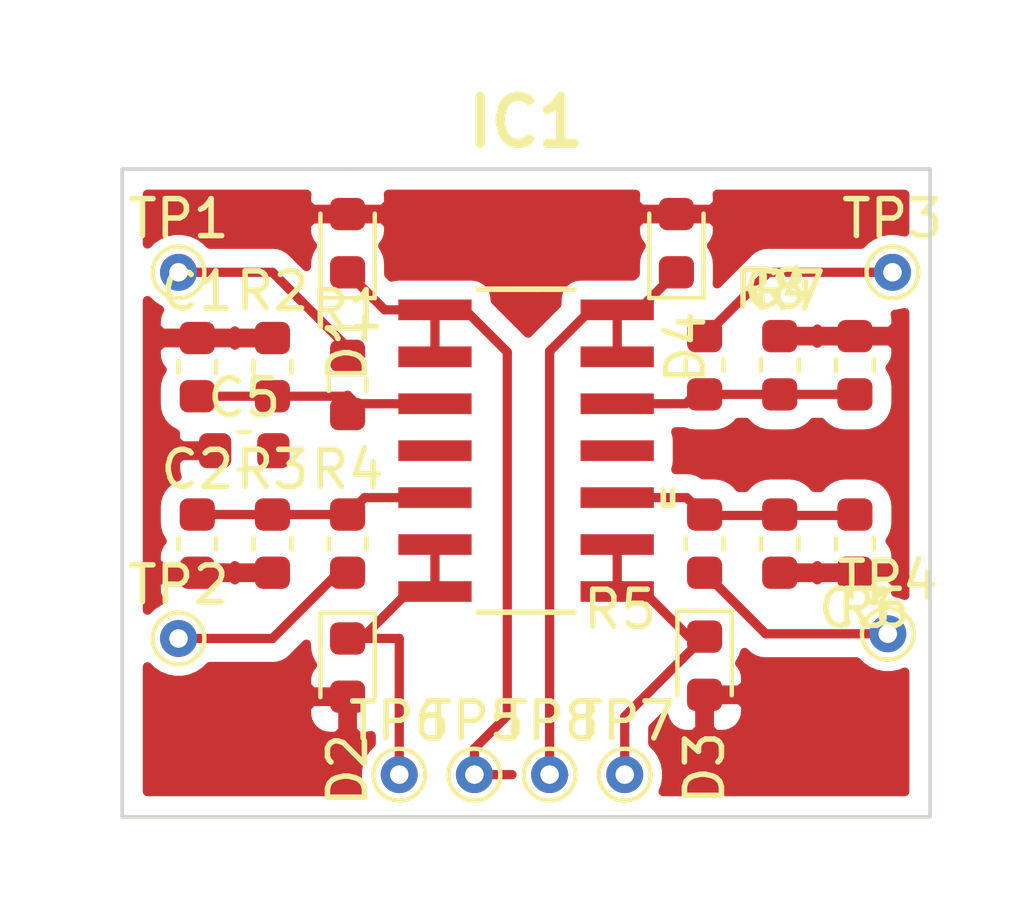
<source format=kicad_pcb>
(kicad_pcb (version 20171130) (host pcbnew "(5.1.4)-1")

  (general
    (thickness 1.6)
    (drawings 5)
    (tracks 58)
    (zones 0)
    (modules 26)
    (nets 14)
  )

  (page A4)
  (layers
    (0 F.Cu signal)
    (31 B.Cu signal)
    (32 B.Adhes user)
    (33 F.Adhes user)
    (34 B.Paste user)
    (35 F.Paste user)
    (36 B.SilkS user)
    (37 F.SilkS user hide)
    (38 B.Mask user)
    (39 F.Mask user)
    (40 Dwgs.User user)
    (41 Cmts.User user)
    (42 Eco1.User user)
    (43 Eco2.User user)
    (44 Edge.Cuts user)
    (45 Margin user)
    (46 B.CrtYd user)
    (47 F.CrtYd user)
    (48 B.Fab user)
    (49 F.Fab user hide)
  )

  (setup
    (last_trace_width 0.25)
    (trace_clearance 0.1)
    (zone_clearance 0.508)
    (zone_45_only no)
    (trace_min 0.25)
    (via_size 0.8)
    (via_drill 0.4)
    (via_min_size 0.4)
    (via_min_drill 0.3)
    (uvia_size 0.3)
    (uvia_drill 0.1)
    (uvias_allowed no)
    (uvia_min_size 0.2)
    (uvia_min_drill 0.1)
    (edge_width 0.05)
    (segment_width 0.2)
    (pcb_text_width 0.3)
    (pcb_text_size 1.5 1.5)
    (mod_edge_width 0.12)
    (mod_text_size 1 1)
    (mod_text_width 0.15)
    (pad_size 0.875 0.95)
    (pad_drill 0)
    (pad_to_mask_clearance 0.051)
    (solder_mask_min_width 0.25)
    (aux_axis_origin 0 0)
    (visible_elements 7FFFF7FF)
    (pcbplotparams
      (layerselection 0x010fc_ffffffff)
      (usegerberextensions false)
      (usegerberattributes false)
      (usegerberadvancedattributes false)
      (creategerberjobfile false)
      (excludeedgelayer true)
      (linewidth 0.100000)
      (plotframeref false)
      (viasonmask false)
      (mode 1)
      (useauxorigin false)
      (hpglpennumber 1)
      (hpglpenspeed 20)
      (hpglpendiameter 15.000000)
      (psnegative false)
      (psa4output false)
      (plotreference true)
      (plotvalue true)
      (plotinvisibletext false)
      (padsonsilk false)
      (subtractmaskfromsilk false)
      (outputformat 1)
      (mirror false)
      (drillshape 1)
      (scaleselection 1)
      (outputdirectory ""))
  )

  (net 0 "")
  (net 1 GND)
  (net 2 IN1+)
  (net 3 IN2+)
  (net 4 IN3+)
  (net 5 IN4+)
  (net 6 Out1)
  (net 7 Out2)
  (net 8 Out4)
  (net 9 Out3)
  (net 10 Sensor_Input_2)
  (net 11 Sensor_Input_4)
  (net 12 Sensor_Input_3)
  (net 13 Sensor_Input_1)

  (net_class Default "This is the default net class."
    (clearance 0.1)
    (trace_width 0.25)
    (via_dia 0.8)
    (via_drill 0.4)
    (uvia_dia 0.3)
    (uvia_drill 0.1)
    (diff_pair_width 0.25)
    (diff_pair_gap 0.25)
    (add_net GND)
    (add_net IN1+)
    (add_net IN2+)
    (add_net IN3+)
    (add_net IN4+)
    (add_net Out1)
    (add_net Out2)
    (add_net Out3)
    (add_net Out4)
    (add_net Sensor_Input_1)
    (add_net Sensor_Input_2)
    (add_net Sensor_Input_3)
    (add_net Sensor_Input_4)
  )

  (module TestPoint:TestPoint_THTPad_D1.0mm_Drill0.5mm (layer F.Cu) (tedit 5A0F774F) (tstamp 5DC30CE2)
    (at 155.829 91.059)
    (descr "THT pad as test Point, diameter 1.0mm, hole diameter 0.5mm")
    (tags "test point THT pad")
    (path /5DC3ACD0)
    (attr virtual)
    (fp_text reference TP8 (at 0 -1.448) (layer F.SilkS)
      (effects (font (size 1 1) (thickness 0.15)))
    )
    (fp_text value TestPoint (at 0 1.55) (layer F.Fab)
      (effects (font (size 1 1) (thickness 0.15)))
    )
    (fp_circle (center 0 0) (end 0 0.7) (layer F.SilkS) (width 0.12))
    (fp_circle (center 0 0) (end 1 0) (layer F.CrtYd) (width 0.05))
    (fp_text user %R (at 0 -1.45) (layer F.Fab)
      (effects (font (size 1 1) (thickness 0.15)))
    )
    (pad 1 thru_hole circle (at 0 0) (size 1 1) (drill 0.5) (layers *.Cu *.Mask)
      (net 8 Out4))
  )

  (module TestPoint:TestPoint_THTPad_D1.0mm_Drill0.5mm (layer F.Cu) (tedit 5A0F774F) (tstamp 5DC30CD6)
    (at 157.861 91.059)
    (descr "THT pad as test Point, diameter 1.0mm, hole diameter 0.5mm")
    (tags "test point THT pad")
    (path /5DC3ACCA)
    (attr virtual)
    (fp_text reference TP7 (at 0 -1.448) (layer F.SilkS)
      (effects (font (size 1 1) (thickness 0.15)))
    )
    (fp_text value TestPoint (at 0 1.55) (layer F.Fab)
      (effects (font (size 1 1) (thickness 0.15)))
    )
    (fp_circle (center 0 0) (end 0 0.7) (layer F.SilkS) (width 0.12))
    (fp_circle (center 0 0) (end 1 0) (layer F.CrtYd) (width 0.05))
    (fp_text user %R (at 0 -1.45) (layer F.Fab)
      (effects (font (size 1 1) (thickness 0.15)))
    )
    (pad 1 thru_hole circle (at 0 0) (size 1 1) (drill 0.5) (layers *.Cu *.Mask)
      (net 9 Out3))
  )

  (module TestPoint:TestPoint_THTPad_D1.0mm_Drill0.5mm (layer F.Cu) (tedit 5A0F774F) (tstamp 5DC30CCA)
    (at 151.765 91.059)
    (descr "THT pad as test Point, diameter 1.0mm, hole diameter 0.5mm")
    (tags "test point THT pad")
    (path /5DC3ACC4)
    (attr virtual)
    (fp_text reference TP6 (at 0 -1.448) (layer F.SilkS)
      (effects (font (size 1 1) (thickness 0.15)))
    )
    (fp_text value TestPoint (at 0 1.55) (layer F.Fab)
      (effects (font (size 1 1) (thickness 0.15)))
    )
    (fp_circle (center 0 0) (end 0 0.7) (layer F.SilkS) (width 0.12))
    (fp_circle (center 0 0) (end 1 0) (layer F.CrtYd) (width 0.05))
    (fp_text user %R (at 0 -1.45) (layer F.Fab)
      (effects (font (size 1 1) (thickness 0.15)))
    )
    (pad 1 thru_hole circle (at 0 0) (size 1 1) (drill 0.5) (layers *.Cu *.Mask)
      (net 7 Out2))
  )

  (module TestPoint:TestPoint_THTPad_D1.0mm_Drill0.5mm (layer F.Cu) (tedit 5A0F774F) (tstamp 5DC30CBE)
    (at 153.797 91.059)
    (descr "THT pad as test Point, diameter 1.0mm, hole diameter 0.5mm")
    (tags "test point THT pad")
    (path /5DC3ACBE)
    (attr virtual)
    (fp_text reference TP5 (at 0 -1.448) (layer F.SilkS)
      (effects (font (size 1 1) (thickness 0.15)))
    )
    (fp_text value TestPoint (at 0 1.55) (layer F.Fab)
      (effects (font (size 1 1) (thickness 0.15)))
    )
    (fp_circle (center 0 0) (end 0 0.7) (layer F.SilkS) (width 0.12))
    (fp_circle (center 0 0) (end 1 0) (layer F.CrtYd) (width 0.05))
    (fp_text user %R (at 0 -1.45) (layer F.Fab)
      (effects (font (size 1 1) (thickness 0.15)))
    )
    (pad 1 thru_hole circle (at 0 0) (size 1 1) (drill 0.5) (layers *.Cu *.Mask)
      (net 6 Out1))
  )

  (module TestPoint:TestPoint_THTPad_D1.0mm_Drill0.5mm (layer F.Cu) (tedit 5A0F774F) (tstamp 5DC30CB2)
    (at 164.973 87.249)
    (descr "THT pad as test Point, diameter 1.0mm, hole diameter 0.5mm")
    (tags "test point THT pad")
    (path /5DC386EA)
    (attr virtual)
    (fp_text reference TP4 (at 0 -1.448) (layer F.SilkS)
      (effects (font (size 1 1) (thickness 0.15)))
    )
    (fp_text value TestPoint (at 0 1.55) (layer F.Fab)
      (effects (font (size 1 1) (thickness 0.15)))
    )
    (fp_circle (center 0 0) (end 0 0.7) (layer F.SilkS) (width 0.12))
    (fp_circle (center 0 0) (end 1 0) (layer F.CrtYd) (width 0.05))
    (fp_text user %R (at 0 -1.45) (layer F.Fab)
      (effects (font (size 1 1) (thickness 0.15)))
    )
    (pad 1 thru_hole circle (at 0 0) (size 1 1) (drill 0.5) (layers *.Cu *.Mask)
      (net 11 Sensor_Input_4))
  )

  (module TestPoint:TestPoint_THTPad_D1.0mm_Drill0.5mm (layer F.Cu) (tedit 5A0F774F) (tstamp 5DC30CA6)
    (at 165.1 77.47)
    (descr "THT pad as test Point, diameter 1.0mm, hole diameter 0.5mm")
    (tags "test point THT pad")
    (path /5DC386E4)
    (attr virtual)
    (fp_text reference TP3 (at 0 -1.448) (layer F.SilkS)
      (effects (font (size 1 1) (thickness 0.15)))
    )
    (fp_text value TestPoint (at 0 1.55) (layer F.Fab)
      (effects (font (size 1 1) (thickness 0.15)))
    )
    (fp_circle (center 0 0) (end 0 0.7) (layer F.SilkS) (width 0.12))
    (fp_circle (center 0 0) (end 1 0) (layer F.CrtYd) (width 0.05))
    (fp_text user %R (at 0 -1.45) (layer F.Fab)
      (effects (font (size 1 1) (thickness 0.15)))
    )
    (pad 1 thru_hole circle (at 0 0) (size 1 1) (drill 0.5) (layers *.Cu *.Mask)
      (net 12 Sensor_Input_3))
  )

  (module TestPoint:TestPoint_THTPad_D1.0mm_Drill0.5mm (layer F.Cu) (tedit 5A0F774F) (tstamp 5DC30C9A)
    (at 145.796 87.376)
    (descr "THT pad as test Point, diameter 1.0mm, hole diameter 0.5mm")
    (tags "test point THT pad")
    (path /5DC37FBD)
    (attr virtual)
    (fp_text reference TP2 (at 0 -1.448) (layer F.SilkS)
      (effects (font (size 1 1) (thickness 0.15)))
    )
    (fp_text value TestPoint (at 0 1.55) (layer F.Fab)
      (effects (font (size 1 1) (thickness 0.15)))
    )
    (fp_circle (center 0 0) (end 0 0.7) (layer F.SilkS) (width 0.12))
    (fp_circle (center 0 0) (end 1 0) (layer F.CrtYd) (width 0.05))
    (fp_text user %R (at 0 -1.45) (layer F.Fab)
      (effects (font (size 1 1) (thickness 0.15)))
    )
    (pad 1 thru_hole circle (at 0 0) (size 1 1) (drill 0.5) (layers *.Cu *.Mask)
      (net 10 Sensor_Input_2))
  )

  (module TestPoint:TestPoint_THTPad_D1.0mm_Drill0.5mm (layer F.Cu) (tedit 5A0F774F) (tstamp 5DC30C8E)
    (at 145.796 77.47)
    (descr "THT pad as test Point, diameter 1.0mm, hole diameter 0.5mm")
    (tags "test point THT pad")
    (path /5DC33DC9)
    (attr virtual)
    (fp_text reference TP1 (at 0 -1.448) (layer F.SilkS)
      (effects (font (size 1 1) (thickness 0.15)))
    )
    (fp_text value TestPoint (at 0 1.55) (layer F.Fab)
      (effects (font (size 1 1) (thickness 0.15)))
    )
    (fp_circle (center 0 0) (end 0 0.7) (layer F.SilkS) (width 0.12))
    (fp_circle (center 0 0) (end 1 0) (layer F.CrtYd) (width 0.05))
    (fp_text user %R (at 0 -1.45) (layer F.Fab)
      (effects (font (size 1 1) (thickness 0.15)))
    )
    (pad 1 thru_hole circle (at 0 0) (size 1 1) (drill 0.5) (layers *.Cu *.Mask)
      (net 13 Sensor_Input_1))
  )

  (module AR20_Voltagedivider:SOIC127P600X175-14N (layer F.Cu) (tedit 0) (tstamp 5DB7D83A)
    (at 155.194 82.296)
    (descr SOIC127P600X175-14N)
    (tags "Integrated Circuit")
    (path /5DB71EF9)
    (attr smd)
    (fp_text reference IC1 (at 0 -8.89) (layer F.SilkS)
      (effects (font (size 1.27 1.27) (thickness 0.254)))
    )
    (fp_text value LM324DRG3 (at 0 -5.588) (layer F.SilkS) hide
      (effects (font (size 1.27 0.5) (thickness 0.05)))
    )
    (fp_line (start 3.7084 1.4732) (end 3.7084 1.0668) (layer F.SilkS) (width 0.1524))
    (fp_line (start 3.9624 1.4732) (end 3.7084 1.4732) (layer F.SilkS) (width 0.1524))
    (fp_line (start 3.9624 1.0668) (end 3.9624 1.4732) (layer F.SilkS) (width 0.1524))
    (fp_line (start -0.3048 -4.3688) (end -1.2954 -4.3688) (layer F.SilkS) (width 0.1524))
    (fp_line (start 0.3048 -4.3688) (end -0.3048 -4.3688) (layer F.SilkS) (width 0.1524))
    (fp_line (start 1.2954 -4.3688) (end 0.3048 -4.3688) (layer F.SilkS) (width 0.1524))
    (fp_line (start -1.2954 4.3688) (end 1.2954 4.3688) (layer F.SilkS) (width 0.1524))
    (fp_line (start -2.0066 -4.3688) (end -2.0066 4.3688) (layer F.Fab) (width 0.1524))
    (fp_line (start -0.3048 -4.3688) (end -2.0066 -4.3688) (layer F.Fab) (width 0.1524))
    (fp_line (start 0.3048 -4.3688) (end -0.3048 -4.3688) (layer F.Fab) (width 0.1524))
    (fp_line (start 2.0066 -4.3688) (end 0.3048 -4.3688) (layer F.Fab) (width 0.1524))
    (fp_line (start 2.0066 4.3688) (end 2.0066 -4.3688) (layer F.Fab) (width 0.1524))
    (fp_line (start -2.0066 4.3688) (end 2.0066 4.3688) (layer F.Fab) (width 0.1524))
    (fp_line (start 3.0988 -4.064) (end 2.0066 -4.064) (layer F.Fab) (width 0.1524))
    (fp_line (start 3.0988 -3.556) (end 3.0988 -4.064) (layer F.Fab) (width 0.1524))
    (fp_line (start 2.0066 -3.556) (end 3.0988 -3.556) (layer F.Fab) (width 0.1524))
    (fp_line (start 2.0066 -4.064) (end 2.0066 -3.556) (layer F.Fab) (width 0.1524))
    (fp_line (start 3.0988 -2.794) (end 2.0066 -2.794) (layer F.Fab) (width 0.1524))
    (fp_line (start 3.0988 -2.286) (end 3.0988 -2.794) (layer F.Fab) (width 0.1524))
    (fp_line (start 2.0066 -2.286) (end 3.0988 -2.286) (layer F.Fab) (width 0.1524))
    (fp_line (start 2.0066 -2.794) (end 2.0066 -2.286) (layer F.Fab) (width 0.1524))
    (fp_line (start 3.0988 -1.524) (end 2.0066 -1.524) (layer F.Fab) (width 0.1524))
    (fp_line (start 3.0988 -1.016) (end 3.0988 -1.524) (layer F.Fab) (width 0.1524))
    (fp_line (start 2.0066 -1.016) (end 3.0988 -1.016) (layer F.Fab) (width 0.1524))
    (fp_line (start 2.0066 -1.524) (end 2.0066 -1.016) (layer F.Fab) (width 0.1524))
    (fp_line (start 3.0988 -0.254) (end 2.0066 -0.254) (layer F.Fab) (width 0.1524))
    (fp_line (start 3.0988 0.254) (end 3.0988 -0.254) (layer F.Fab) (width 0.1524))
    (fp_line (start 2.0066 0.254) (end 3.0988 0.254) (layer F.Fab) (width 0.1524))
    (fp_line (start 2.0066 -0.254) (end 2.0066 0.254) (layer F.Fab) (width 0.1524))
    (fp_line (start 3.0988 1.016) (end 2.0066 1.016) (layer F.Fab) (width 0.1524))
    (fp_line (start 3.0988 1.524) (end 3.0988 1.016) (layer F.Fab) (width 0.1524))
    (fp_line (start 2.0066 1.524) (end 3.0988 1.524) (layer F.Fab) (width 0.1524))
    (fp_line (start 2.0066 1.016) (end 2.0066 1.524) (layer F.Fab) (width 0.1524))
    (fp_line (start 3.0988 2.286) (end 2.0066 2.286) (layer F.Fab) (width 0.1524))
    (fp_line (start 3.0988 2.794) (end 3.0988 2.286) (layer F.Fab) (width 0.1524))
    (fp_line (start 2.0066 2.794) (end 3.0988 2.794) (layer F.Fab) (width 0.1524))
    (fp_line (start 2.0066 2.286) (end 2.0066 2.794) (layer F.Fab) (width 0.1524))
    (fp_line (start 3.0988 3.556) (end 2.0066 3.556) (layer F.Fab) (width 0.1524))
    (fp_line (start 3.0988 4.064) (end 3.0988 3.556) (layer F.Fab) (width 0.1524))
    (fp_line (start 2.0066 4.064) (end 3.0988 4.064) (layer F.Fab) (width 0.1524))
    (fp_line (start 2.0066 3.556) (end 2.0066 4.064) (layer F.Fab) (width 0.1524))
    (fp_line (start -3.0988 4.064) (end -2.0066 4.064) (layer F.Fab) (width 0.1524))
    (fp_line (start -3.0988 3.556) (end -3.0988 4.064) (layer F.Fab) (width 0.1524))
    (fp_line (start -2.0066 3.556) (end -3.0988 3.556) (layer F.Fab) (width 0.1524))
    (fp_line (start -2.0066 4.064) (end -2.0066 3.556) (layer F.Fab) (width 0.1524))
    (fp_line (start -3.0988 2.794) (end -2.0066 2.794) (layer F.Fab) (width 0.1524))
    (fp_line (start -3.0988 2.286) (end -3.0988 2.794) (layer F.Fab) (width 0.1524))
    (fp_line (start -2.0066 2.286) (end -3.0988 2.286) (layer F.Fab) (width 0.1524))
    (fp_line (start -2.0066 2.794) (end -2.0066 2.286) (layer F.Fab) (width 0.1524))
    (fp_line (start -3.0988 1.524) (end -2.0066 1.524) (layer F.Fab) (width 0.1524))
    (fp_line (start -3.0988 1.016) (end -3.0988 1.524) (layer F.Fab) (width 0.1524))
    (fp_line (start -2.0066 1.016) (end -3.0988 1.016) (layer F.Fab) (width 0.1524))
    (fp_line (start -2.0066 1.524) (end -2.0066 1.016) (layer F.Fab) (width 0.1524))
    (fp_line (start -3.0988 0.254) (end -2.0066 0.254) (layer F.Fab) (width 0.1524))
    (fp_line (start -3.0988 -0.254) (end -3.0988 0.254) (layer F.Fab) (width 0.1524))
    (fp_line (start -2.0066 -0.254) (end -3.0988 -0.254) (layer F.Fab) (width 0.1524))
    (fp_line (start -2.0066 0.254) (end -2.0066 -0.254) (layer F.Fab) (width 0.1524))
    (fp_line (start -3.0988 -1.016) (end -2.0066 -1.016) (layer F.Fab) (width 0.1524))
    (fp_line (start -3.0988 -1.524) (end -3.0988 -1.016) (layer F.Fab) (width 0.1524))
    (fp_line (start -2.0066 -1.524) (end -3.0988 -1.524) (layer F.Fab) (width 0.1524))
    (fp_line (start -2.0066 -1.016) (end -2.0066 -1.524) (layer F.Fab) (width 0.1524))
    (fp_line (start -3.0988 -2.286) (end -2.0066 -2.286) (layer F.Fab) (width 0.1524))
    (fp_line (start -3.0988 -2.794) (end -3.0988 -2.286) (layer F.Fab) (width 0.1524))
    (fp_line (start -2.0066 -2.794) (end -3.0988 -2.794) (layer F.Fab) (width 0.1524))
    (fp_line (start -2.0066 -2.286) (end -2.0066 -2.794) (layer F.Fab) (width 0.1524))
    (fp_line (start -3.0988 -3.556) (end -2.0066 -3.556) (layer F.Fab) (width 0.1524))
    (fp_line (start -3.0988 -4.064) (end -3.0988 -3.556) (layer F.Fab) (width 0.1524))
    (fp_line (start -2.0066 -4.064) (end -3.0988 -4.064) (layer F.Fab) (width 0.1524))
    (fp_line (start -2.0066 -3.556) (end -2.0066 -4.064) (layer F.Fab) (width 0.1524))
    (pad 14 smd rect (at 2.4638 -3.81 90) (size 0.5588 1.9812) (layers F.Cu F.Paste F.Mask)
      (net 8 Out4))
    (pad 13 smd rect (at 2.4638 -2.54 90) (size 0.5588 1.9812) (layers F.Cu F.Paste F.Mask)
      (net 8 Out4))
    (pad 12 smd rect (at 2.4638 -1.27 90) (size 0.5588 1.9812) (layers F.Cu F.Paste F.Mask)
      (net 5 IN4+))
    (pad 11 smd rect (at 2.4638 0 90) (size 0.5588 1.9812) (layers F.Cu F.Paste F.Mask))
    (pad 10 smd rect (at 2.4638 1.27 90) (size 0.5588 1.9812) (layers F.Cu F.Paste F.Mask)
      (net 4 IN3+))
    (pad 9 smd rect (at 2.4638 2.54 90) (size 0.5588 1.9812) (layers F.Cu F.Paste F.Mask)
      (net 9 Out3))
    (pad 8 smd rect (at 2.4638 3.81 90) (size 0.5588 1.9812) (layers F.Cu F.Paste F.Mask)
      (net 9 Out3))
    (pad 7 smd rect (at -2.4638 3.81 90) (size 0.5588 1.9812) (layers F.Cu F.Paste F.Mask)
      (net 7 Out2))
    (pad 6 smd rect (at -2.4638 2.54 90) (size 0.5588 1.9812) (layers F.Cu F.Paste F.Mask)
      (net 7 Out2))
    (pad 5 smd rect (at -2.4638 1.27 90) (size 0.5588 1.9812) (layers F.Cu F.Paste F.Mask)
      (net 3 IN2+))
    (pad 4 smd rect (at -2.4638 0 90) (size 0.5588 1.9812) (layers F.Cu F.Paste F.Mask))
    (pad 3 smd rect (at -2.4638 -1.27 90) (size 0.5588 1.9812) (layers F.Cu F.Paste F.Mask)
      (net 2 IN1+))
    (pad 2 smd rect (at -2.4638 -2.54 90) (size 0.5588 1.9812) (layers F.Cu F.Paste F.Mask)
      (net 6 Out1))
    (pad 1 smd rect (at -2.4638 -3.81 90) (size 0.5588 1.9812) (layers F.Cu F.Paste F.Mask)
      (net 6 Out1))
  )

  (module Capacitor_SMD:C_0603_1608Metric (layer F.Cu) (tedit 5B301BBE) (tstamp 5DB8CC25)
    (at 147.574 82.296)
    (descr "Capacitor SMD 0603 (1608 Metric), square (rectangular) end terminal, IPC_7351 nominal, (Body size source: http://www.tortai-tech.com/upload/download/2011102023233369053.pdf), generated with kicad-footprint-generator")
    (tags capacitor)
    (path /5DBB5E86)
    (attr smd)
    (fp_text reference C5 (at 0 -1.43) (layer F.SilkS)
      (effects (font (size 1 1) (thickness 0.15)))
    )
    (fp_text value C (at 0 1.43) (layer F.Fab)
      (effects (font (size 1 1) (thickness 0.15)))
    )
    (fp_text user %R (at 0 0) (layer F.Fab)
      (effects (font (size 0.4 0.4) (thickness 0.06)))
    )
    (fp_line (start 1.48 0.73) (end -1.48 0.73) (layer F.CrtYd) (width 0.05))
    (fp_line (start 1.48 -0.73) (end 1.48 0.73) (layer F.CrtYd) (width 0.05))
    (fp_line (start -1.48 -0.73) (end 1.48 -0.73) (layer F.CrtYd) (width 0.05))
    (fp_line (start -1.48 0.73) (end -1.48 -0.73) (layer F.CrtYd) (width 0.05))
    (fp_line (start -0.162779 0.51) (end 0.162779 0.51) (layer F.SilkS) (width 0.12))
    (fp_line (start -0.162779 -0.51) (end 0.162779 -0.51) (layer F.SilkS) (width 0.12))
    (fp_line (start 0.8 0.4) (end -0.8 0.4) (layer F.Fab) (width 0.1))
    (fp_line (start 0.8 -0.4) (end 0.8 0.4) (layer F.Fab) (width 0.1))
    (fp_line (start -0.8 -0.4) (end 0.8 -0.4) (layer F.Fab) (width 0.1))
    (fp_line (start -0.8 0.4) (end -0.8 -0.4) (layer F.Fab) (width 0.1))
    (pad 2 smd roundrect (at 0.7875 0) (size 0.875 0.95) (layers F.Cu F.Paste F.Mask) (roundrect_rratio 0.25))
    (pad 1 smd roundrect (at -0.7875 0) (size 0.875 0.95) (layers F.Cu F.Paste F.Mask) (roundrect_rratio 0.25)
      (net 1 GND))
    (model ${KISYS3DMOD}/Capacitor_SMD.3dshapes/C_0603_1608Metric.wrl
      (at (xyz 0 0 0))
      (scale (xyz 1 1 1))
      (rotate (xyz 0 0 0))
    )
  )

  (module Resistor_SMD:R_0603_1608Metric (layer F.Cu) (tedit 5B301BBD) (tstamp 5DB7E37F)
    (at 164.084 79.9845 90)
    (descr "Resistor SMD 0603 (1608 Metric), square (rectangular) end terminal, IPC_7351 nominal, (Body size source: http://www.tortai-tech.com/upload/download/2011102023233369053.pdf), generated with kicad-footprint-generator")
    (tags resistor)
    (path /5DB9ADF3)
    (attr smd)
    (fp_text reference R8 (at 2.0575 -2.286 180) (layer F.SilkS)
      (effects (font (size 1 1) (thickness 0.15)))
    )
    (fp_text value 20k (at 0 1.43 90) (layer F.Fab)
      (effects (font (size 1 1) (thickness 0.15)))
    )
    (fp_text user %R (at 0 0 90) (layer F.Fab)
      (effects (font (size 0.4 0.4) (thickness 0.06)))
    )
    (fp_line (start 1.48 0.73) (end -1.48 0.73) (layer F.CrtYd) (width 0.05))
    (fp_line (start 1.48 -0.73) (end 1.48 0.73) (layer F.CrtYd) (width 0.05))
    (fp_line (start -1.48 -0.73) (end 1.48 -0.73) (layer F.CrtYd) (width 0.05))
    (fp_line (start -1.48 0.73) (end -1.48 -0.73) (layer F.CrtYd) (width 0.05))
    (fp_line (start -0.162779 0.51) (end 0.162779 0.51) (layer F.SilkS) (width 0.12))
    (fp_line (start -0.162779 -0.51) (end 0.162779 -0.51) (layer F.SilkS) (width 0.12))
    (fp_line (start 0.8 0.4) (end -0.8 0.4) (layer F.Fab) (width 0.1))
    (fp_line (start 0.8 -0.4) (end 0.8 0.4) (layer F.Fab) (width 0.1))
    (fp_line (start -0.8 -0.4) (end 0.8 -0.4) (layer F.Fab) (width 0.1))
    (fp_line (start -0.8 0.4) (end -0.8 -0.4) (layer F.Fab) (width 0.1))
    (pad 2 smd roundrect (at 0.7875 0 90) (size 0.875 0.95) (layers F.Cu F.Paste F.Mask) (roundrect_rratio 0.25)
      (net 1 GND))
    (pad 1 smd roundrect (at -0.7875 0 90) (size 0.875 0.95) (layers F.Cu F.Paste F.Mask) (roundrect_rratio 0.25)
      (net 5 IN4+))
    (model ${KISYS3DMOD}/Resistor_SMD.3dshapes/R_0603_1608Metric.wrl
      (at (xyz 0 0 0))
      (scale (xyz 1 1 1))
      (rotate (xyz 0 0 0))
    )
  )

  (module Resistor_SMD:R_0603_1608Metric (layer F.Cu) (tedit 5B301BBD) (tstamp 5DB7E36E)
    (at 160.02 79.9845 270)
    (descr "Resistor SMD 0603 (1608 Metric), square (rectangular) end terminal, IPC_7351 nominal, (Body size source: http://www.tortai-tech.com/upload/download/2011102023233369053.pdf), generated with kicad-footprint-generator")
    (tags resistor)
    (path /5DB9ADED)
    (attr smd)
    (fp_text reference R7 (at -2.0065 -2.286 180) (layer F.SilkS)
      (effects (font (size 1 1) (thickness 0.15)))
    )
    (fp_text value 10k (at 0 1.43 90) (layer F.Fab)
      (effects (font (size 1 1) (thickness 0.15)))
    )
    (fp_text user %R (at 0 0 90) (layer F.Fab)
      (effects (font (size 0.4 0.4) (thickness 0.06)))
    )
    (fp_line (start 1.48 0.73) (end -1.48 0.73) (layer F.CrtYd) (width 0.05))
    (fp_line (start 1.48 -0.73) (end 1.48 0.73) (layer F.CrtYd) (width 0.05))
    (fp_line (start -1.48 -0.73) (end 1.48 -0.73) (layer F.CrtYd) (width 0.05))
    (fp_line (start -1.48 0.73) (end -1.48 -0.73) (layer F.CrtYd) (width 0.05))
    (fp_line (start -0.162779 0.51) (end 0.162779 0.51) (layer F.SilkS) (width 0.12))
    (fp_line (start -0.162779 -0.51) (end 0.162779 -0.51) (layer F.SilkS) (width 0.12))
    (fp_line (start 0.8 0.4) (end -0.8 0.4) (layer F.Fab) (width 0.1))
    (fp_line (start 0.8 -0.4) (end 0.8 0.4) (layer F.Fab) (width 0.1))
    (fp_line (start -0.8 -0.4) (end 0.8 -0.4) (layer F.Fab) (width 0.1))
    (fp_line (start -0.8 0.4) (end -0.8 -0.4) (layer F.Fab) (width 0.1))
    (pad 2 smd roundrect (at 0.7875 0 270) (size 0.875 0.95) (layers F.Cu F.Paste F.Mask) (roundrect_rratio 0.25)
      (net 5 IN4+))
    (pad 1 smd roundrect (at -0.7875 0 270) (size 0.875 0.95) (layers F.Cu F.Paste F.Mask) (roundrect_rratio 0.25)
      (net 12 Sensor_Input_3))
    (model ${KISYS3DMOD}/Resistor_SMD.3dshapes/R_0603_1608Metric.wrl
      (at (xyz 0 0 0))
      (scale (xyz 1 1 1))
      (rotate (xyz 0 0 0))
    )
  )

  (module Resistor_SMD:R_0603_1608Metric (layer F.Cu) (tedit 5B301BBD) (tstamp 5DB7E35D)
    (at 162.052 84.8105 270)
    (descr "Resistor SMD 0603 (1608 Metric), square (rectangular) end terminal, IPC_7351 nominal, (Body size source: http://www.tortai-tech.com/upload/download/2011102023233369053.pdf), generated with kicad-footprint-generator")
    (tags resistor)
    (path /5DB97337)
    (attr smd)
    (fp_text reference R6 (at 1.7525 -2.54 180) (layer F.SilkS)
      (effects (font (size 1 1) (thickness 0.15)))
    )
    (fp_text value 20k (at 0 1.43 90) (layer F.Fab)
      (effects (font (size 1 1) (thickness 0.15)))
    )
    (fp_text user %R (at 0 0 90) (layer F.Fab)
      (effects (font (size 0.4 0.4) (thickness 0.06)))
    )
    (fp_line (start 1.48 0.73) (end -1.48 0.73) (layer F.CrtYd) (width 0.05))
    (fp_line (start 1.48 -0.73) (end 1.48 0.73) (layer F.CrtYd) (width 0.05))
    (fp_line (start -1.48 -0.73) (end 1.48 -0.73) (layer F.CrtYd) (width 0.05))
    (fp_line (start -1.48 0.73) (end -1.48 -0.73) (layer F.CrtYd) (width 0.05))
    (fp_line (start -0.162779 0.51) (end 0.162779 0.51) (layer F.SilkS) (width 0.12))
    (fp_line (start -0.162779 -0.51) (end 0.162779 -0.51) (layer F.SilkS) (width 0.12))
    (fp_line (start 0.8 0.4) (end -0.8 0.4) (layer F.Fab) (width 0.1))
    (fp_line (start 0.8 -0.4) (end 0.8 0.4) (layer F.Fab) (width 0.1))
    (fp_line (start -0.8 -0.4) (end 0.8 -0.4) (layer F.Fab) (width 0.1))
    (fp_line (start -0.8 0.4) (end -0.8 -0.4) (layer F.Fab) (width 0.1))
    (pad 2 smd roundrect (at 0.7875 0 270) (size 0.875 0.95) (layers F.Cu F.Paste F.Mask) (roundrect_rratio 0.25)
      (net 1 GND))
    (pad 1 smd roundrect (at -0.7875 0 270) (size 0.875 0.95) (layers F.Cu F.Paste F.Mask) (roundrect_rratio 0.25)
      (net 4 IN3+))
    (model ${KISYS3DMOD}/Resistor_SMD.3dshapes/R_0603_1608Metric.wrl
      (at (xyz 0 0 0))
      (scale (xyz 1 1 1))
      (rotate (xyz 0 0 0))
    )
  )

  (module Resistor_SMD:R_0603_1608Metric (layer F.Cu) (tedit 5B301BBD) (tstamp 5DB7E34C)
    (at 160.02 84.8105 90)
    (descr "Resistor SMD 0603 (1608 Metric), square (rectangular) end terminal, IPC_7351 nominal, (Body size source: http://www.tortai-tech.com/upload/download/2011102023233369053.pdf), generated with kicad-footprint-generator")
    (tags resistor)
    (path /5DB97331)
    (attr smd)
    (fp_text reference R5 (at -1.778 -2.286 180) (layer F.SilkS)
      (effects (font (size 1 1) (thickness 0.15)))
    )
    (fp_text value 10k (at 0 1.43 90) (layer F.Fab)
      (effects (font (size 1 1) (thickness 0.15)))
    )
    (fp_text user %R (at 0 0 90) (layer F.Fab)
      (effects (font (size 0.4 0.4) (thickness 0.06)))
    )
    (fp_line (start 1.48 0.73) (end -1.48 0.73) (layer F.CrtYd) (width 0.05))
    (fp_line (start 1.48 -0.73) (end 1.48 0.73) (layer F.CrtYd) (width 0.05))
    (fp_line (start -1.48 -0.73) (end 1.48 -0.73) (layer F.CrtYd) (width 0.05))
    (fp_line (start -1.48 0.73) (end -1.48 -0.73) (layer F.CrtYd) (width 0.05))
    (fp_line (start -0.162779 0.51) (end 0.162779 0.51) (layer F.SilkS) (width 0.12))
    (fp_line (start -0.162779 -0.51) (end 0.162779 -0.51) (layer F.SilkS) (width 0.12))
    (fp_line (start 0.8 0.4) (end -0.8 0.4) (layer F.Fab) (width 0.1))
    (fp_line (start 0.8 -0.4) (end 0.8 0.4) (layer F.Fab) (width 0.1))
    (fp_line (start -0.8 -0.4) (end 0.8 -0.4) (layer F.Fab) (width 0.1))
    (fp_line (start -0.8 0.4) (end -0.8 -0.4) (layer F.Fab) (width 0.1))
    (pad 2 smd roundrect (at 0.7875 0 90) (size 0.875 0.95) (layers F.Cu F.Paste F.Mask) (roundrect_rratio 0.25)
      (net 4 IN3+))
    (pad 1 smd roundrect (at -0.7875 0 90) (size 0.875 0.95) (layers F.Cu F.Paste F.Mask) (roundrect_rratio 0.25)
      (net 11 Sensor_Input_4))
    (model ${KISYS3DMOD}/Resistor_SMD.3dshapes/R_0603_1608Metric.wrl
      (at (xyz 0 0 0))
      (scale (xyz 1 1 1))
      (rotate (xyz 0 0 0))
    )
  )

  (module Resistor_SMD:R_0603_1608Metric (layer F.Cu) (tedit 5B301BBD) (tstamp 5DB7E33B)
    (at 148.336 84.8105 270)
    (descr "Resistor SMD 0603 (1608 Metric), square (rectangular) end terminal, IPC_7351 nominal, (Body size source: http://www.tortai-tech.com/upload/download/2011102023233369053.pdf), generated with kicad-footprint-generator")
    (tags resistor)
    (path /5DB99295)
    (attr smd)
    (fp_text reference R4 (at -2.0065 -2.032 180) (layer F.SilkS)
      (effects (font (size 1 1) (thickness 0.15)))
    )
    (fp_text value 20k (at 2.8195 0 90) (layer F.Fab)
      (effects (font (size 1 1) (thickness 0.15)))
    )
    (fp_text user %R (at 0 0 90) (layer F.Fab)
      (effects (font (size 0.4 0.4) (thickness 0.06)))
    )
    (fp_line (start 1.48 0.73) (end -1.48 0.73) (layer F.CrtYd) (width 0.05))
    (fp_line (start 1.48 -0.73) (end 1.48 0.73) (layer F.CrtYd) (width 0.05))
    (fp_line (start -1.48 -0.73) (end 1.48 -0.73) (layer F.CrtYd) (width 0.05))
    (fp_line (start -1.48 0.73) (end -1.48 -0.73) (layer F.CrtYd) (width 0.05))
    (fp_line (start -0.162779 0.51) (end 0.162779 0.51) (layer F.SilkS) (width 0.12))
    (fp_line (start -0.162779 -0.51) (end 0.162779 -0.51) (layer F.SilkS) (width 0.12))
    (fp_line (start 0.8 0.4) (end -0.8 0.4) (layer F.Fab) (width 0.1))
    (fp_line (start 0.8 -0.4) (end 0.8 0.4) (layer F.Fab) (width 0.1))
    (fp_line (start -0.8 -0.4) (end 0.8 -0.4) (layer F.Fab) (width 0.1))
    (fp_line (start -0.8 0.4) (end -0.8 -0.4) (layer F.Fab) (width 0.1))
    (pad 2 smd roundrect (at 0.7875 0 270) (size 0.875 0.95) (layers F.Cu F.Paste F.Mask) (roundrect_rratio 0.25)
      (net 1 GND))
    (pad 1 smd roundrect (at -0.7875 0 270) (size 0.875 0.95) (layers F.Cu F.Paste F.Mask) (roundrect_rratio 0.25)
      (net 3 IN2+))
    (model ${KISYS3DMOD}/Resistor_SMD.3dshapes/R_0603_1608Metric.wrl
      (at (xyz 0 0 0))
      (scale (xyz 1 1 1))
      (rotate (xyz 0 0 0))
    )
  )

  (module Resistor_SMD:R_0603_1608Metric (layer F.Cu) (tedit 5DB9CA2A) (tstamp 5DB7E32A)
    (at 150.368 84.8105 90)
    (descr "Resistor SMD 0603 (1608 Metric), square (rectangular) end terminal, IPC_7351 nominal, (Body size source: http://www.tortai-tech.com/upload/download/2011102023233369053.pdf), generated with kicad-footprint-generator")
    (tags resistor)
    (path /5DB9928F)
    (attr smd)
    (fp_text reference R3 (at 2.0065 -2.032 180) (layer F.SilkS)
      (effects (font (size 1 1) (thickness 0.15)))
    )
    (fp_text value 10k (at 0 1.43 90) (layer F.Fab)
      (effects (font (size 1 1) (thickness 0.15)))
    )
    (fp_text user %R (at 0 0 90) (layer F.Fab)
      (effects (font (size 0.4 0.4) (thickness 0.06)))
    )
    (fp_line (start 1.48 0.73) (end -1.48 0.73) (layer F.CrtYd) (width 0.05))
    (fp_line (start 1.48 -0.73) (end 1.48 0.73) (layer F.CrtYd) (width 0.05))
    (fp_line (start -1.48 -0.73) (end 1.48 -0.73) (layer F.CrtYd) (width 0.05))
    (fp_line (start -1.48 0.73) (end -1.48 -0.73) (layer F.CrtYd) (width 0.05))
    (fp_line (start -0.162779 0.51) (end 0.162779 0.51) (layer F.SilkS) (width 0.12))
    (fp_line (start -0.162779 -0.51) (end 0.162779 -0.51) (layer F.SilkS) (width 0.12))
    (fp_line (start 0.8 0.4) (end -0.8 0.4) (layer F.Fab) (width 0.1))
    (fp_line (start 0.8 -0.4) (end 0.8 0.4) (layer F.Fab) (width 0.1))
    (fp_line (start -0.8 -0.4) (end 0.8 -0.4) (layer F.Fab) (width 0.1))
    (fp_line (start -0.8 0.4) (end -0.8 -0.4) (layer F.Fab) (width 0.1))
    (pad 2 smd roundrect (at 0.7875 0 90) (size 0.875 0.95) (layers F.Cu F.Paste F.Mask) (roundrect_rratio 0.25)
      (net 3 IN2+))
    (pad 1 smd roundrect (at -0.7875 0 90) (size 0.875 0.95) (layers F.Cu F.Paste F.Mask) (roundrect_rratio 0.25)
      (net 10 Sensor_Input_2))
    (model ${KISYS3DMOD}/Resistor_SMD.3dshapes/R_0603_1608Metric.wrl
      (at (xyz 0 0 0))
      (scale (xyz 1 1 1))
      (rotate (xyz 0 0 0))
    )
  )

  (module Diode_SMD:D_0603_1608Metric (layer F.Cu) (tedit 5B301BBE) (tstamp 5DB7E22D)
    (at 159.258 76.6825 90)
    (descr "Diode SMD 0603 (1608 Metric), square (rectangular) end terminal, IPC_7351 nominal, (Body size source: http://www.tortai-tech.com/upload/download/2011102023233369053.pdf), generated with kicad-footprint-generator")
    (tags diode)
    (path /5DB9ADFF)
    (attr smd)
    (fp_text reference D4 (at -2.8195 0.254 90) (layer F.SilkS)
      (effects (font (size 1 1) (thickness 0.15)))
    )
    (fp_text value 3V (at 0 1.43 90) (layer F.Fab)
      (effects (font (size 1 1) (thickness 0.15)))
    )
    (fp_text user %R (at 0 0 90) (layer F.Fab)
      (effects (font (size 0.4 0.4) (thickness 0.06)))
    )
    (fp_line (start 1.48 0.73) (end -1.48 0.73) (layer F.CrtYd) (width 0.05))
    (fp_line (start 1.48 -0.73) (end 1.48 0.73) (layer F.CrtYd) (width 0.05))
    (fp_line (start -1.48 -0.73) (end 1.48 -0.73) (layer F.CrtYd) (width 0.05))
    (fp_line (start -1.48 0.73) (end -1.48 -0.73) (layer F.CrtYd) (width 0.05))
    (fp_line (start -1.485 0.735) (end 0.8 0.735) (layer F.SilkS) (width 0.12))
    (fp_line (start -1.485 -0.735) (end -1.485 0.735) (layer F.SilkS) (width 0.12))
    (fp_line (start 0.8 -0.735) (end -1.485 -0.735) (layer F.SilkS) (width 0.12))
    (fp_line (start 0.8 0.4) (end 0.8 -0.4) (layer F.Fab) (width 0.1))
    (fp_line (start -0.8 0.4) (end 0.8 0.4) (layer F.Fab) (width 0.1))
    (fp_line (start -0.8 -0.1) (end -0.8 0.4) (layer F.Fab) (width 0.1))
    (fp_line (start -0.5 -0.4) (end -0.8 -0.1) (layer F.Fab) (width 0.1))
    (fp_line (start 0.8 -0.4) (end -0.5 -0.4) (layer F.Fab) (width 0.1))
    (pad 2 smd roundrect (at 0.7875 0 90) (size 0.875 0.95) (layers F.Cu F.Paste F.Mask) (roundrect_rratio 0.25)
      (net 1 GND))
    (pad 1 smd roundrect (at -0.7875 0 90) (size 0.875 0.95) (layers F.Cu F.Paste F.Mask) (roundrect_rratio 0.25)
      (net 8 Out4))
    (model ${KISYS3DMOD}/Diode_SMD.3dshapes/D_0603_1608Metric.wrl
      (at (xyz 0 0 0))
      (scale (xyz 1 1 1))
      (rotate (xyz 0 0 0))
    )
  )

  (module Diode_SMD:D_0603_1608Metric (layer F.Cu) (tedit 5B301BBE) (tstamp 5DB7E21A)
    (at 160.02 88.1125 270)
    (descr "Diode SMD 0603 (1608 Metric), square (rectangular) end terminal, IPC_7351 nominal, (Body size source: http://www.tortai-tech.com/upload/download/2011102023233369053.pdf), generated with kicad-footprint-generator")
    (tags diode)
    (path /5DB97343)
    (attr smd)
    (fp_text reference D3 (at 2.7685 0 90) (layer F.SilkS)
      (effects (font (size 1 1) (thickness 0.15)))
    )
    (fp_text value 3V (at 0 1.43 90) (layer F.Fab)
      (effects (font (size 1 1) (thickness 0.15)))
    )
    (fp_text user %R (at 0 0 90) (layer F.Fab)
      (effects (font (size 0.4 0.4) (thickness 0.06)))
    )
    (fp_line (start 1.48 0.73) (end -1.48 0.73) (layer F.CrtYd) (width 0.05))
    (fp_line (start 1.48 -0.73) (end 1.48 0.73) (layer F.CrtYd) (width 0.05))
    (fp_line (start -1.48 -0.73) (end 1.48 -0.73) (layer F.CrtYd) (width 0.05))
    (fp_line (start -1.48 0.73) (end -1.48 -0.73) (layer F.CrtYd) (width 0.05))
    (fp_line (start -1.485 0.735) (end 0.8 0.735) (layer F.SilkS) (width 0.12))
    (fp_line (start -1.485 -0.735) (end -1.485 0.735) (layer F.SilkS) (width 0.12))
    (fp_line (start 0.8 -0.735) (end -1.485 -0.735) (layer F.SilkS) (width 0.12))
    (fp_line (start 0.8 0.4) (end 0.8 -0.4) (layer F.Fab) (width 0.1))
    (fp_line (start -0.8 0.4) (end 0.8 0.4) (layer F.Fab) (width 0.1))
    (fp_line (start -0.8 -0.1) (end -0.8 0.4) (layer F.Fab) (width 0.1))
    (fp_line (start -0.5 -0.4) (end -0.8 -0.1) (layer F.Fab) (width 0.1))
    (fp_line (start 0.8 -0.4) (end -0.5 -0.4) (layer F.Fab) (width 0.1))
    (pad 2 smd roundrect (at 0.7875 0 270) (size 0.875 0.95) (layers F.Cu F.Paste F.Mask) (roundrect_rratio 0.25)
      (net 1 GND))
    (pad 1 smd roundrect (at -0.7875 0 270) (size 0.875 0.95) (layers F.Cu F.Paste F.Mask) (roundrect_rratio 0.25)
      (net 9 Out3))
    (model ${KISYS3DMOD}/Diode_SMD.3dshapes/D_0603_1608Metric.wrl
      (at (xyz 0 0 0))
      (scale (xyz 1 1 1))
      (rotate (xyz 0 0 0))
    )
  )

  (module Diode_SMD:D_0603_1608Metric (layer F.Cu) (tedit 5B301BBE) (tstamp 5DB7E207)
    (at 150.368 88.1635 270)
    (descr "Diode SMD 0603 (1608 Metric), square (rectangular) end terminal, IPC_7351 nominal, (Body size source: http://www.tortai-tech.com/upload/download/2011102023233369053.pdf), generated with kicad-footprint-generator")
    (tags diode)
    (path /5DB992A1)
    (attr smd)
    (fp_text reference D2 (at 2.7685 0 90) (layer F.SilkS)
      (effects (font (size 1 1) (thickness 0.15)))
    )
    (fp_text value 3V (at 0 1.43 90) (layer F.Fab)
      (effects (font (size 1 1) (thickness 0.15)))
    )
    (fp_text user %R (at 0 0 90) (layer F.Fab)
      (effects (font (size 0.4 0.4) (thickness 0.06)))
    )
    (fp_line (start 1.48 0.73) (end -1.48 0.73) (layer F.CrtYd) (width 0.05))
    (fp_line (start 1.48 -0.73) (end 1.48 0.73) (layer F.CrtYd) (width 0.05))
    (fp_line (start -1.48 -0.73) (end 1.48 -0.73) (layer F.CrtYd) (width 0.05))
    (fp_line (start -1.48 0.73) (end -1.48 -0.73) (layer F.CrtYd) (width 0.05))
    (fp_line (start -1.485 0.735) (end 0.8 0.735) (layer F.SilkS) (width 0.12))
    (fp_line (start -1.485 -0.735) (end -1.485 0.735) (layer F.SilkS) (width 0.12))
    (fp_line (start 0.8 -0.735) (end -1.485 -0.735) (layer F.SilkS) (width 0.12))
    (fp_line (start 0.8 0.4) (end 0.8 -0.4) (layer F.Fab) (width 0.1))
    (fp_line (start -0.8 0.4) (end 0.8 0.4) (layer F.Fab) (width 0.1))
    (fp_line (start -0.8 -0.1) (end -0.8 0.4) (layer F.Fab) (width 0.1))
    (fp_line (start -0.5 -0.4) (end -0.8 -0.1) (layer F.Fab) (width 0.1))
    (fp_line (start 0.8 -0.4) (end -0.5 -0.4) (layer F.Fab) (width 0.1))
    (pad 2 smd roundrect (at 0.7875 0 270) (size 0.875 0.95) (layers F.Cu F.Paste F.Mask) (roundrect_rratio 0.25)
      (net 1 GND))
    (pad 1 smd roundrect (at -0.7875 0 270) (size 0.875 0.95) (layers F.Cu F.Paste F.Mask) (roundrect_rratio 0.25)
      (net 7 Out2))
    (model ${KISYS3DMOD}/Diode_SMD.3dshapes/D_0603_1608Metric.wrl
      (at (xyz 0 0 0))
      (scale (xyz 1 1 1))
      (rotate (xyz 0 0 0))
    )
  )

  (module Capacitor_SMD:C_0603_1608Metric (layer F.Cu) (tedit 5B301BBE) (tstamp 5DB7E1D0)
    (at 162.052 79.9845 90)
    (descr "Capacitor SMD 0603 (1608 Metric), square (rectangular) end terminal, IPC_7351 nominal, (Body size source: http://www.tortai-tech.com/upload/download/2011102023233369053.pdf), generated with kicad-footprint-generator")
    (tags capacitor)
    (path /5DB9ADF9)
    (attr smd)
    (fp_text reference C4 (at 2.0575 0 180) (layer F.SilkS)
      (effects (font (size 1 1) (thickness 0.15)))
    )
    (fp_text value 1.5n (at 0 1.43 90) (layer F.Fab)
      (effects (font (size 1 1) (thickness 0.15)))
    )
    (fp_text user %R (at 0 0 90) (layer F.Fab)
      (effects (font (size 0.4 0.4) (thickness 0.06)))
    )
    (fp_line (start 1.48 0.73) (end -1.48 0.73) (layer F.CrtYd) (width 0.05))
    (fp_line (start 1.48 -0.73) (end 1.48 0.73) (layer F.CrtYd) (width 0.05))
    (fp_line (start -1.48 -0.73) (end 1.48 -0.73) (layer F.CrtYd) (width 0.05))
    (fp_line (start -1.48 0.73) (end -1.48 -0.73) (layer F.CrtYd) (width 0.05))
    (fp_line (start -0.162779 0.51) (end 0.162779 0.51) (layer F.SilkS) (width 0.12))
    (fp_line (start -0.162779 -0.51) (end 0.162779 -0.51) (layer F.SilkS) (width 0.12))
    (fp_line (start 0.8 0.4) (end -0.8 0.4) (layer F.Fab) (width 0.1))
    (fp_line (start 0.8 -0.4) (end 0.8 0.4) (layer F.Fab) (width 0.1))
    (fp_line (start -0.8 -0.4) (end 0.8 -0.4) (layer F.Fab) (width 0.1))
    (fp_line (start -0.8 0.4) (end -0.8 -0.4) (layer F.Fab) (width 0.1))
    (pad 2 smd roundrect (at 0.7875 0 90) (size 0.875 0.95) (layers F.Cu F.Paste F.Mask) (roundrect_rratio 0.25)
      (net 1 GND))
    (pad 1 smd roundrect (at -0.7875 0 90) (size 0.875 0.95) (layers F.Cu F.Paste F.Mask) (roundrect_rratio 0.25)
      (net 5 IN4+))
    (model ${KISYS3DMOD}/Capacitor_SMD.3dshapes/C_0603_1608Metric.wrl
      (at (xyz 0 0 0))
      (scale (xyz 1 1 1))
      (rotate (xyz 0 0 0))
    )
  )

  (module Capacitor_SMD:C_0603_1608Metric (layer F.Cu) (tedit 5B301BBE) (tstamp 5DB7E1BF)
    (at 164.084 84.8105 270)
    (descr "Capacitor SMD 0603 (1608 Metric), square (rectangular) end terminal, IPC_7351 nominal, (Body size source: http://www.tortai-tech.com/upload/download/2011102023233369053.pdf), generated with kicad-footprint-generator")
    (tags capacitor)
    (path /5DB9733D)
    (attr smd)
    (fp_text reference C3 (at 1.7525 0 180) (layer F.SilkS)
      (effects (font (size 1 1) (thickness 0.15)))
    )
    (fp_text value 1.5n (at 0 1.43 90) (layer F.Fab)
      (effects (font (size 1 1) (thickness 0.15)))
    )
    (fp_text user %R (at 0 0 90) (layer F.Fab)
      (effects (font (size 0.4 0.4) (thickness 0.06)))
    )
    (fp_line (start 1.48 0.73) (end -1.48 0.73) (layer F.CrtYd) (width 0.05))
    (fp_line (start 1.48 -0.73) (end 1.48 0.73) (layer F.CrtYd) (width 0.05))
    (fp_line (start -1.48 -0.73) (end 1.48 -0.73) (layer F.CrtYd) (width 0.05))
    (fp_line (start -1.48 0.73) (end -1.48 -0.73) (layer F.CrtYd) (width 0.05))
    (fp_line (start -0.162779 0.51) (end 0.162779 0.51) (layer F.SilkS) (width 0.12))
    (fp_line (start -0.162779 -0.51) (end 0.162779 -0.51) (layer F.SilkS) (width 0.12))
    (fp_line (start 0.8 0.4) (end -0.8 0.4) (layer F.Fab) (width 0.1))
    (fp_line (start 0.8 -0.4) (end 0.8 0.4) (layer F.Fab) (width 0.1))
    (fp_line (start -0.8 -0.4) (end 0.8 -0.4) (layer F.Fab) (width 0.1))
    (fp_line (start -0.8 0.4) (end -0.8 -0.4) (layer F.Fab) (width 0.1))
    (pad 2 smd roundrect (at 0.7875 0 270) (size 0.875 0.95) (layers F.Cu F.Paste F.Mask) (roundrect_rratio 0.25)
      (net 1 GND))
    (pad 1 smd roundrect (at -0.7875 0 270) (size 0.875 0.95) (layers F.Cu F.Paste F.Mask) (roundrect_rratio 0.25)
      (net 4 IN3+))
    (model ${KISYS3DMOD}/Capacitor_SMD.3dshapes/C_0603_1608Metric.wrl
      (at (xyz 0 0 0))
      (scale (xyz 1 1 1))
      (rotate (xyz 0 0 0))
    )
  )

  (module Capacitor_SMD:C_0603_1608Metric (layer F.Cu) (tedit 5B301BBE) (tstamp 5DB7E1AE)
    (at 146.304 84.8105 270)
    (descr "Capacitor SMD 0603 (1608 Metric), square (rectangular) end terminal, IPC_7351 nominal, (Body size source: http://www.tortai-tech.com/upload/download/2011102023233369053.pdf), generated with kicad-footprint-generator")
    (tags capacitor)
    (path /5DB9929B)
    (attr smd)
    (fp_text reference C2 (at -2.0065 0 180) (layer F.SilkS)
      (effects (font (size 1 1) (thickness 0.15)))
    )
    (fp_text value 1.5n (at 0 1.43 90) (layer F.Fab)
      (effects (font (size 1 1) (thickness 0.15)))
    )
    (fp_text user %R (at 0 0 90) (layer F.Fab)
      (effects (font (size 0.4 0.4) (thickness 0.06)))
    )
    (fp_line (start 1.48 0.73) (end -1.48 0.73) (layer F.CrtYd) (width 0.05))
    (fp_line (start 1.48 -0.73) (end 1.48 0.73) (layer F.CrtYd) (width 0.05))
    (fp_line (start -1.48 -0.73) (end 1.48 -0.73) (layer F.CrtYd) (width 0.05))
    (fp_line (start -1.48 0.73) (end -1.48 -0.73) (layer F.CrtYd) (width 0.05))
    (fp_line (start -0.162779 0.51) (end 0.162779 0.51) (layer F.SilkS) (width 0.12))
    (fp_line (start -0.162779 -0.51) (end 0.162779 -0.51) (layer F.SilkS) (width 0.12))
    (fp_line (start 0.8 0.4) (end -0.8 0.4) (layer F.Fab) (width 0.1))
    (fp_line (start 0.8 -0.4) (end 0.8 0.4) (layer F.Fab) (width 0.1))
    (fp_line (start -0.8 -0.4) (end 0.8 -0.4) (layer F.Fab) (width 0.1))
    (fp_line (start -0.8 0.4) (end -0.8 -0.4) (layer F.Fab) (width 0.1))
    (pad 2 smd roundrect (at 0.7875 0 270) (size 0.875 0.95) (layers F.Cu F.Paste F.Mask) (roundrect_rratio 0.25)
      (net 1 GND))
    (pad 1 smd roundrect (at -0.7875 0 270) (size 0.875 0.95) (layers F.Cu F.Paste F.Mask) (roundrect_rratio 0.25)
      (net 3 IN2+))
    (model ${KISYS3DMOD}/Capacitor_SMD.3dshapes/C_0603_1608Metric.wrl
      (at (xyz 0 0 0))
      (scale (xyz 1 1 1))
      (rotate (xyz 0 0 0))
    )
  )

  (module Diode_SMD:D_0603_1608Metric (layer F.Cu) (tedit 5B301BBE) (tstamp 5DB7C8CC)
    (at 150.368 76.6825 90)
    (descr "Diode SMD 0603 (1608 Metric), square (rectangular) end terminal, IPC_7351 nominal, (Body size source: http://www.tortai-tech.com/upload/download/2011102023233369053.pdf), generated with kicad-footprint-generator")
    (tags diode)
    (path /5DB76D8D)
    (attr smd)
    (fp_text reference D1 (at -2.794 0 90) (layer F.SilkS)
      (effects (font (size 1 1) (thickness 0.15)))
    )
    (fp_text value 3V (at 2.032 0 180) (layer F.Fab)
      (effects (font (size 1 1) (thickness 0.15)))
    )
    (fp_text user %R (at 2.032 -1.27 180) (layer F.Fab)
      (effects (font (size 0.4 0.4) (thickness 0.06)))
    )
    (fp_line (start 1.48 0.73) (end -1.48 0.73) (layer F.CrtYd) (width 0.05))
    (fp_line (start 1.48 -0.73) (end 1.48 0.73) (layer F.CrtYd) (width 0.05))
    (fp_line (start -1.48 -0.73) (end 1.48 -0.73) (layer F.CrtYd) (width 0.05))
    (fp_line (start -1.48 0.73) (end -1.48 -0.73) (layer F.CrtYd) (width 0.05))
    (fp_line (start -1.485 0.735) (end 0.8 0.735) (layer F.SilkS) (width 0.12))
    (fp_line (start -1.485 -0.735) (end -1.485 0.735) (layer F.SilkS) (width 0.12))
    (fp_line (start 0.8 -0.735) (end -1.485 -0.735) (layer F.SilkS) (width 0.12))
    (fp_line (start 0.8 0.4) (end 0.8 -0.4) (layer F.Fab) (width 0.1))
    (fp_line (start -0.8 0.4) (end 0.8 0.4) (layer F.Fab) (width 0.1))
    (fp_line (start -0.8 -0.1) (end -0.8 0.4) (layer F.Fab) (width 0.1))
    (fp_line (start -0.5 -0.4) (end -0.8 -0.1) (layer F.Fab) (width 0.1))
    (fp_line (start 0.8 -0.4) (end -0.5 -0.4) (layer F.Fab) (width 0.1))
    (pad 2 smd roundrect (at 0.7875 0 90) (size 0.875 0.95) (layers F.Cu F.Paste F.Mask) (roundrect_rratio 0.25)
      (net 1 GND))
    (pad 1 smd roundrect (at -0.7875 0 90) (size 0.875 0.95) (layers F.Cu F.Paste F.Mask) (roundrect_rratio 0.25)
      (net 6 Out1))
    (model ${KISYS3DMOD}/Diode_SMD.3dshapes/D_0603_1608Metric.wrl
      (at (xyz 0 0 0))
      (scale (xyz 1 1 1))
      (rotate (xyz 0 0 0))
    )
  )

  (module Capacitor_SMD:C_0603_1608Metric (layer F.Cu) (tedit 5B301BBE) (tstamp 5DB7C8B9)
    (at 146.304 80.0355 90)
    (descr "Capacitor SMD 0603 (1608 Metric), square (rectangular) end terminal, IPC_7351 nominal, (Body size source: http://www.tortai-tech.com/upload/download/2011102023233369053.pdf), generated with kicad-footprint-generator")
    (tags capacitor)
    (path /5DB75F01)
    (attr smd)
    (fp_text reference C1 (at 2.0575 0 180) (layer F.SilkS)
      (effects (font (size 1 1) (thickness 0.15)))
    )
    (fp_text value 1.5n (at 0 -1.524 90) (layer F.Fab)
      (effects (font (size 1 1) (thickness 0.15)))
    )
    (fp_text user %R (at 0 0 90) (layer F.Fab)
      (effects (font (size 0.4 0.4) (thickness 0.06)))
    )
    (fp_line (start 1.48 0.73) (end -1.48 0.73) (layer F.CrtYd) (width 0.05))
    (fp_line (start 1.48 -0.73) (end 1.48 0.73) (layer F.CrtYd) (width 0.05))
    (fp_line (start -1.48 -0.73) (end 1.48 -0.73) (layer F.CrtYd) (width 0.05))
    (fp_line (start -1.48 0.73) (end -1.48 -0.73) (layer F.CrtYd) (width 0.05))
    (fp_line (start -0.162779 0.51) (end 0.162779 0.51) (layer F.SilkS) (width 0.12))
    (fp_line (start -0.162779 -0.51) (end 0.162779 -0.51) (layer F.SilkS) (width 0.12))
    (fp_line (start 0.8 0.4) (end -0.8 0.4) (layer F.Fab) (width 0.1))
    (fp_line (start 0.8 -0.4) (end 0.8 0.4) (layer F.Fab) (width 0.1))
    (fp_line (start -0.8 -0.4) (end 0.8 -0.4) (layer F.Fab) (width 0.1))
    (fp_line (start -0.8 0.4) (end -0.8 -0.4) (layer F.Fab) (width 0.1))
    (pad 2 smd roundrect (at 0.7875 0 90) (size 0.875 0.95) (layers F.Cu F.Paste F.Mask) (roundrect_rratio 0.25)
      (net 1 GND))
    (pad 1 smd roundrect (at -0.7875 0 90) (size 0.875 0.95) (layers F.Cu F.Paste F.Mask) (roundrect_rratio 0.25)
      (net 2 IN1+))
    (model ${KISYS3DMOD}/Capacitor_SMD.3dshapes/C_0603_1608Metric.wrl
      (at (xyz 0 0 0))
      (scale (xyz 1 1 1))
      (rotate (xyz 0 0 0))
    )
  )

  (module Resistor_SMD:R_0603_1608Metric (layer F.Cu) (tedit 5B301BBD) (tstamp 5DB769D1)
    (at 150.368 80.518 270)
    (descr "Resistor SMD 0603 (1608 Metric), square (rectangular) end terminal, IPC_7351 nominal, (Body size source: http://www.tortai-tech.com/upload/download/2011102023233369053.pdf), generated with kicad-footprint-generator")
    (tags resistor)
    (path /5DB747F9)
    (attr smd)
    (fp_text reference R1 (at -2.032 0 180) (layer F.SilkS)
      (effects (font (size 1 1) (thickness 0.15)))
    )
    (fp_text value 10k (at 2.54 0 90) (layer F.Fab)
      (effects (font (size 1 1) (thickness 0.15)))
    )
    (fp_line (start -0.8 0.4) (end -0.8 -0.4) (layer F.Fab) (width 0.1))
    (fp_line (start -0.8 -0.4) (end 0.8 -0.4) (layer F.Fab) (width 0.1))
    (fp_line (start 0.8 -0.4) (end 0.8 0.4) (layer F.Fab) (width 0.1))
    (fp_line (start 0.8 0.4) (end -0.8 0.4) (layer F.Fab) (width 0.1))
    (fp_line (start -0.162779 -0.51) (end 0.162779 -0.51) (layer F.SilkS) (width 0.12))
    (fp_line (start -0.162779 0.51) (end 0.162779 0.51) (layer F.SilkS) (width 0.12))
    (fp_line (start -1.48 0.73) (end -1.48 -0.73) (layer F.CrtYd) (width 0.05))
    (fp_line (start -1.48 -0.73) (end 1.48 -0.73) (layer F.CrtYd) (width 0.05))
    (fp_line (start 1.48 -0.73) (end 1.48 0.73) (layer F.CrtYd) (width 0.05))
    (fp_line (start 1.48 0.73) (end -1.48 0.73) (layer F.CrtYd) (width 0.05))
    (fp_text user %R (at 0 0.006999) (layer F.Fab)
      (effects (font (size 0.4 0.4) (thickness 0.06)))
    )
    (pad 1 smd roundrect (at -0.7875 0 270) (size 0.875 0.95) (layers F.Cu F.Paste F.Mask) (roundrect_rratio 0.25)
      (net 13 Sensor_Input_1))
    (pad 2 smd roundrect (at 0.7875 0 270) (size 0.875 0.95) (layers F.Cu F.Paste F.Mask) (roundrect_rratio 0.25)
      (net 2 IN1+))
    (model ${KISYS3DMOD}/Resistor_SMD.3dshapes/R_0603_1608Metric.wrl
      (at (xyz 0 0 0))
      (scale (xyz 1 1 1))
      (rotate (xyz 0 0 0))
    )
  )

  (module Resistor_SMD:R_0603_1608Metric (layer F.Cu) (tedit 5B301BBD) (tstamp 5DB769E2)
    (at 148.336 80.0355 90)
    (descr "Resistor SMD 0603 (1608 Metric), square (rectangular) end terminal, IPC_7351 nominal, (Body size source: http://www.tortai-tech.com/upload/download/2011102023233369053.pdf), generated with kicad-footprint-generator")
    (tags resistor)
    (path /5DB7574C)
    (attr smd)
    (fp_text reference R2 (at 2.0575 0 180) (layer F.SilkS)
      (effects (font (size 1 1) (thickness 0.15)))
    )
    (fp_text value 20k (at 3.0735 0 90) (layer F.Fab)
      (effects (font (size 1 1) (thickness 0.15)))
    )
    (fp_text user %R (at 0 0.544999 90) (layer F.Fab)
      (effects (font (size 0.4 0.4) (thickness 0.06)))
    )
    (fp_line (start 1.48 0.73) (end -1.48 0.73) (layer F.CrtYd) (width 0.05))
    (fp_line (start 1.48 -0.73) (end 1.48 0.73) (layer F.CrtYd) (width 0.05))
    (fp_line (start -1.48 -0.73) (end 1.48 -0.73) (layer F.CrtYd) (width 0.05))
    (fp_line (start -1.48 0.73) (end -1.48 -0.73) (layer F.CrtYd) (width 0.05))
    (fp_line (start -0.162779 0.51) (end 0.162779 0.51) (layer F.SilkS) (width 0.12))
    (fp_line (start -0.162779 -0.51) (end 0.162779 -0.51) (layer F.SilkS) (width 0.12))
    (fp_line (start 0.8 0.4) (end -0.8 0.4) (layer F.Fab) (width 0.1))
    (fp_line (start 0.8 -0.4) (end 0.8 0.4) (layer F.Fab) (width 0.1))
    (fp_line (start -0.8 -0.4) (end 0.8 -0.4) (layer F.Fab) (width 0.1))
    (fp_line (start -0.8 0.4) (end -0.8 -0.4) (layer F.Fab) (width 0.1))
    (pad 2 smd roundrect (at 0.7875 0 90) (size 0.875 0.95) (layers F.Cu F.Paste F.Mask) (roundrect_rratio 0.25)
      (net 1 GND))
    (pad 1 smd roundrect (at -0.7875 0 90) (size 0.875 0.95) (layers F.Cu F.Paste F.Mask) (roundrect_rratio 0.25)
      (net 2 IN1+))
    (model ${KISYS3DMOD}/Resistor_SMD.3dshapes/R_0603_1608Metric.wrl
      (at (xyz 0 0 0))
      (scale (xyz 1 1 1))
      (rotate (xyz 0 0 0))
    )
  )

  (gr_line (start 144.272 74.676) (end 150.368 74.676) (layer Edge.Cuts) (width 0.1))
  (gr_line (start 144.272 92.202) (end 144.272 74.676) (layer Edge.Cuts) (width 0.1))
  (gr_line (start 166.116 92.202) (end 144.272 92.202) (layer Edge.Cuts) (width 0.1))
  (gr_line (start 166.116 74.676) (end 166.116 92.202) (layer Edge.Cuts) (width 0.1))
  (gr_line (start 150.368 74.676) (end 166.116 74.676) (layer Edge.Cuts) (width 0.1))

  (segment (start 150.3425 80.823) (end 146.304 80.823) (width 0.25) (layer F.Cu) (net 2))
  (segment (start 150.368 80.7975) (end 150.3425 80.823) (width 0.25) (layer F.Cu) (net 2))
  (segment (start 152.7302 81.026) (end 150.5965 81.026) (width 0.25) (layer F.Cu) (net 2))
  (segment (start 150.5965 81.026) (end 150.368 80.7975) (width 0.25) (layer F.Cu) (net 2))
  (segment (start 150.825 83.566) (end 150.368 84.023) (width 0.25) (layer F.Cu) (net 3))
  (segment (start 152.7302 83.566) (end 150.825 83.566) (width 0.25) (layer F.Cu) (net 3))
  (segment (start 150.368 84.023) (end 146.304 84.023) (width 0.25) (layer F.Cu) (net 3))
  (segment (start 159.5375 83.566) (end 160.02 84.0485) (width 0.25) (layer F.Cu) (net 4))
  (segment (start 157.6578 83.566) (end 159.5375 83.566) (width 0.25) (layer F.Cu) (net 4))
  (segment (start 164.0585 84.0485) (end 164.084 84.023) (width 0.25) (layer F.Cu) (net 4))
  (segment (start 160.02 84.0485) (end 164.0585 84.0485) (width 0.25) (layer F.Cu) (net 4))
  (segment (start 157.6578 81.026) (end 158.369 81.026) (width 0.25) (layer F.Cu) (net 5))
  (segment (start 163.509 80.772) (end 164.084 80.772) (width 0.25) (layer F.Cu) (net 5))
  (segment (start 159.766 80.772) (end 163.509 80.772) (width 0.25) (layer F.Cu) (net 5))
  (segment (start 157.6578 81.026) (end 159.512 81.026) (width 0.25) (layer F.Cu) (net 5))
  (segment (start 159.512 81.026) (end 159.766 80.772) (width 0.25) (layer F.Cu) (net 5))
  (segment (start 150.368 77.48275) (end 150.368 77.2415) (width 0.25) (layer F.Cu) (net 6))
  (segment (start 152.7302 78.486) (end 151.37125 78.486) (width 0.25) (layer F.Cu) (net 6))
  (segment (start 151.37125 78.486) (end 150.368 77.48275) (width 0.25) (layer F.Cu) (net 6))
  (segment (start 152.7302 78.486) (end 152.7302 79.756) (width 0.25) (layer F.Cu) (net 6))
  (segment (start 154.813 91.059) (end 154.178 91.059) (width 0.25) (layer F.Cu) (net 6))
  (segment (start 153.543 78.486) (end 152.7302 78.486) (width 0.25) (layer F.Cu) (net 6))
  (segment (start 154.686 79.629) (end 153.543 78.486) (width 0.25) (layer F.Cu) (net 6))
  (segment (start 154.686 89.462894) (end 154.686 79.629) (width 0.25) (layer F.Cu) (net 6))
  (segment (start 153.797 91.059) (end 153.797 90.351894) (width 0.25) (layer F.Cu) (net 6))
  (segment (start 153.797 90.351894) (end 154.686 89.462894) (width 0.25) (layer F.Cu) (net 6))
  (segment (start 152.7302 84.836) (end 152.7302 86.106) (width 0.25) (layer F.Cu) (net 7))
  (segment (start 150.749 87.376) (end 150.368 87.376) (width 0.25) (layer F.Cu) (net 7))
  (segment (start 152.019 86.106) (end 150.749 87.376) (width 0.25) (layer F.Cu) (net 7))
  (segment (start 152.7302 86.106) (end 152.019 86.106) (width 0.25) (layer F.Cu) (net 7))
  (segment (start 151.765 87.376) (end 151.765 91.059) (width 0.25) (layer F.Cu) (net 7))
  (segment (start 150.368 87.376) (end 151.765 87.376) (width 0.25) (layer F.Cu) (net 7))
  (segment (start 157.6578 78.486) (end 157.6578 79.756) (width 0.25) (layer F.Cu) (net 8))
  (segment (start 158.242 78.486) (end 159.258 77.47) (width 0.25) (layer F.Cu) (net 8))
  (segment (start 157.6578 78.486) (end 158.242 78.486) (width 0.25) (layer F.Cu) (net 8))
  (segment (start 155.829 91.059) (end 156.21 91.059) (width 0.25) (layer F.Cu) (net 8))
  (segment (start 156.9466 78.486) (end 157.6578 78.486) (width 0.25) (layer F.Cu) (net 8))
  (segment (start 155.829 79.6036) (end 156.9466 78.486) (width 0.25) (layer F.Cu) (net 8))
  (segment (start 155.829 91.059) (end 155.829 79.6036) (width 0.25) (layer F.Cu) (net 8))
  (segment (start 159.588 87.325) (end 160.02 87.325) (width 0.25) (layer F.Cu) (net 9))
  (segment (start 158.369 86.106) (end 159.588 87.325) (width 0.25) (layer F.Cu) (net 9))
  (segment (start 157.6578 86.106) (end 158.369 86.106) (width 0.25) (layer F.Cu) (net 9))
  (segment (start 157.6578 84.836) (end 157.6578 86.106) (width 0.25) (layer F.Cu) (net 9))
  (segment (start 157.861 89.484) (end 157.861 91.059) (width 0.25) (layer F.Cu) (net 9))
  (segment (start 160.02 87.325) (end 157.861 89.484) (width 0.25) (layer F.Cu) (net 9))
  (segment (start 146.503106 87.376) (end 145.796 87.376) (width 0.25) (layer F.Cu) (net 10))
  (segment (start 148.336 87.376) (end 146.503106 87.376) (width 0.25) (layer F.Cu) (net 10))
  (segment (start 150.368 85.598) (end 150.114 85.598) (width 0.25) (layer F.Cu) (net 10))
  (segment (start 150.114 85.598) (end 148.336 87.376) (width 0.25) (layer F.Cu) (net 10))
  (segment (start 161.671 87.249) (end 165.1 87.249) (width 0.25) (layer F.Cu) (net 11))
  (segment (start 160.02 85.598) (end 161.671 87.249) (width 0.25) (layer F.Cu) (net 11))
  (segment (start 160.02 79.375) (end 160.02 79.197) (width 0.25) (layer F.Cu) (net 12))
  (segment (start 161.747 77.47) (end 165.1 77.47) (width 0.25) (layer F.Cu) (net 12))
  (segment (start 160.02 79.197) (end 161.747 77.47) (width 0.25) (layer F.Cu) (net 12))
  (segment (start 146.503106 77.47) (end 145.796 77.47) (width 0.25) (layer F.Cu) (net 13))
  (segment (start 148.336 77.47) (end 146.503106 77.47) (width 0.25) (layer F.Cu) (net 13))
  (segment (start 150.368 79.7305) (end 150.368 79.502) (width 0.25) (layer F.Cu) (net 13))
  (segment (start 150.368 79.502) (end 148.336 77.47) (width 0.25) (layer F.Cu) (net 13))

  (zone (net 1) (net_name GND) (layer F.Cu) (tstamp 5DB9CB7F) (hatch edge 0.508)
    (connect_pads (clearance 0.508))
    (min_thickness 0.254)
    (fill yes (arc_segments 32) (thermal_gap 0.508) (thermal_bridge_width 0.508))
    (polygon
      (pts
        (xy 168.402 70.358) (xy 140.97 70.104) (xy 143.002 94.742) (xy 168.656 93.726)
      )
    )
    (filled_polygon
      (pts
        (xy 161.107201 87.760003) (xy 161.130999 87.789001) (xy 161.159997 87.812799) (xy 161.246724 87.883974) (xy 161.378753 87.954546)
        (xy 161.522014 87.998003) (xy 161.671 88.012677) (xy 161.708333 88.009) (xy 164.127868 88.009) (xy 164.24948 88.130612)
        (xy 164.435376 88.254824) (xy 164.641933 88.340383) (xy 164.861212 88.384) (xy 165.084788 88.384) (xy 165.304067 88.340383)
        (xy 165.431001 88.287805) (xy 165.431001 91.517) (xy 158.899805 91.517) (xy 158.952383 91.390067) (xy 158.996 91.170788)
        (xy 158.996 90.947212) (xy 158.952383 90.727933) (xy 158.866824 90.521376) (xy 158.742612 90.33548) (xy 158.621 90.213868)
        (xy 158.621 89.798801) (xy 158.928179 89.491622) (xy 158.955498 89.58168) (xy 159.014463 89.691994) (xy 159.093815 89.788685)
        (xy 159.190506 89.868037) (xy 159.30082 89.927002) (xy 159.420518 89.963312) (xy 159.545 89.975572) (xy 159.73425 89.9725)
        (xy 159.893 89.81375) (xy 159.893 89.027) (xy 160.147 89.027) (xy 160.147 89.81375) (xy 160.30575 89.9725)
        (xy 160.495 89.975572) (xy 160.619482 89.963312) (xy 160.73918 89.927002) (xy 160.849494 89.868037) (xy 160.946185 89.788685)
        (xy 161.025537 89.691994) (xy 161.084502 89.58168) (xy 161.120812 89.461982) (xy 161.133072 89.3375) (xy 161.13 89.18575)
        (xy 160.97125 89.027) (xy 160.147 89.027) (xy 159.893 89.027) (xy 159.873 89.027) (xy 159.873 88.773)
        (xy 159.893 88.773) (xy 159.893 88.753) (xy 160.147 88.753) (xy 160.147 88.773) (xy 160.97125 88.773)
        (xy 161.13 88.61425) (xy 161.133072 88.4625) (xy 161.120812 88.338018) (xy 161.084502 88.21832) (xy 161.025537 88.108006)
        (xy 160.9709 88.04143) (xy 160.988671 88.019775) (xy 161.06785 87.871642) (xy 161.102992 87.755794)
      )
    )
    (filled_polygon
      (pts
        (xy 149.254928 87.59475) (xy 149.271392 87.761908) (xy 149.32015 87.922642) (xy 149.399329 88.070775) (xy 149.4171 88.09243)
        (xy 149.362463 88.159006) (xy 149.303498 88.26932) (xy 149.267188 88.389018) (xy 149.254928 88.5135) (xy 149.258 88.66525)
        (xy 149.41675 88.824) (xy 150.241 88.824) (xy 150.241 88.804) (xy 150.495 88.804) (xy 150.495 88.824)
        (xy 150.515 88.824) (xy 150.515 89.078) (xy 150.495 89.078) (xy 150.495 89.86475) (xy 150.65375 90.0235)
        (xy 150.843 90.026572) (xy 150.967482 90.014312) (xy 151.005001 90.002931) (xy 151.005001 90.213867) (xy 150.883388 90.33548)
        (xy 150.759176 90.521376) (xy 150.673617 90.727933) (xy 150.63 90.947212) (xy 150.63 91.170788) (xy 150.673617 91.390067)
        (xy 150.726195 91.517) (xy 144.957 91.517) (xy 144.957 89.3885) (xy 149.254928 89.3885) (xy 149.267188 89.512982)
        (xy 149.303498 89.63268) (xy 149.362463 89.742994) (xy 149.441815 89.839685) (xy 149.538506 89.919037) (xy 149.64882 89.978002)
        (xy 149.768518 90.014312) (xy 149.893 90.026572) (xy 150.08225 90.0235) (xy 150.241 89.86475) (xy 150.241 89.078)
        (xy 149.41675 89.078) (xy 149.258 89.23675) (xy 149.254928 89.3885) (xy 144.957 89.3885) (xy 144.957 88.142132)
        (xy 145.07248 88.257612) (xy 145.258376 88.381824) (xy 145.464933 88.467383) (xy 145.684212 88.511) (xy 145.907788 88.511)
        (xy 146.127067 88.467383) (xy 146.333624 88.381824) (xy 146.51952 88.257612) (xy 146.641132 88.136) (xy 148.298678 88.136)
        (xy 148.336 88.139676) (xy 148.373322 88.136) (xy 148.373333 88.136) (xy 148.484986 88.125003) (xy 148.628247 88.081546)
        (xy 148.760276 88.010974) (xy 148.876001 87.916001) (xy 148.899804 87.886997) (xy 149.254928 87.531873)
      )
    )
    (filled_polygon
      (pts
        (xy 145.07248 78.351612) (xy 145.258376 78.475824) (xy 145.282523 78.485826) (xy 145.239498 78.56632) (xy 145.203188 78.686018)
        (xy 145.190928 78.8105) (xy 145.194 78.96225) (xy 145.35275 79.121) (xy 146.177 79.121) (xy 146.177 79.101)
        (xy 146.431 79.101) (xy 146.431 79.121) (xy 147.25525 79.121) (xy 147.32 79.05625) (xy 147.38475 79.121)
        (xy 148.209 79.121) (xy 148.209 79.101) (xy 148.463 79.101) (xy 148.463 79.121) (xy 148.483 79.121)
        (xy 148.483 79.375) (xy 148.463 79.375) (xy 148.463 79.395) (xy 148.209 79.395) (xy 148.209 79.375)
        (xy 147.38475 79.375) (xy 147.32 79.43975) (xy 147.25525 79.375) (xy 146.431 79.375) (xy 146.431 79.395)
        (xy 146.177 79.395) (xy 146.177 79.375) (xy 145.35275 79.375) (xy 145.194 79.53375) (xy 145.190928 79.6855)
        (xy 145.203188 79.809982) (xy 145.239498 79.92968) (xy 145.298463 80.039994) (xy 145.3531 80.10657) (xy 145.335329 80.128225)
        (xy 145.25615 80.276358) (xy 145.207392 80.437092) (xy 145.190928 80.60425) (xy 145.190928 81.04175) (xy 145.207392 81.208908)
        (xy 145.25615 81.369642) (xy 145.335329 81.517775) (xy 145.441885 81.647615) (xy 145.571725 81.754171) (xy 145.711052 81.828643)
        (xy 145.714 82.01025) (xy 145.87275 82.169) (xy 146.6595 82.169) (xy 146.6595 82.149) (xy 146.9135 82.149)
        (xy 146.9135 82.169) (xy 146.9335 82.169) (xy 146.9335 82.423) (xy 146.9135 82.423) (xy 146.9135 82.443)
        (xy 146.6595 82.443) (xy 146.6595 82.423) (xy 145.87275 82.423) (xy 145.714 82.58175) (xy 145.710928 82.771)
        (xy 145.723188 82.895482) (xy 145.755455 83.001852) (xy 145.719858 83.01265) (xy 145.571725 83.091829) (xy 145.441885 83.198385)
        (xy 145.335329 83.328225) (xy 145.25615 83.476358) (xy 145.207392 83.637092) (xy 145.190928 83.80425) (xy 145.190928 84.24175)
        (xy 145.207392 84.408908) (xy 145.25615 84.569642) (xy 145.335329 84.717775) (xy 145.3531 84.73943) (xy 145.298463 84.806006)
        (xy 145.239498 84.91632) (xy 145.203188 85.036018) (xy 145.190928 85.1605) (xy 145.194 85.31225) (xy 145.35275 85.471)
        (xy 146.177 85.471) (xy 146.177 85.451) (xy 146.431 85.451) (xy 146.431 85.471) (xy 147.25525 85.471)
        (xy 147.32 85.40625) (xy 147.38475 85.471) (xy 148.209 85.471) (xy 148.209 85.451) (xy 148.463 85.451)
        (xy 148.463 85.471) (xy 148.483 85.471) (xy 148.483 85.725) (xy 148.463 85.725) (xy 148.463 85.745)
        (xy 148.209 85.745) (xy 148.209 85.725) (xy 147.38475 85.725) (xy 147.32 85.78975) (xy 147.25525 85.725)
        (xy 146.431 85.725) (xy 146.431 85.745) (xy 146.177 85.745) (xy 146.177 85.725) (xy 145.35275 85.725)
        (xy 145.194 85.88375) (xy 145.190928 86.0355) (xy 145.203188 86.159982) (xy 145.239498 86.27968) (xy 145.282523 86.360174)
        (xy 145.258376 86.370176) (xy 145.07248 86.494388) (xy 144.957 86.609868) (xy 144.957 78.236132)
      )
    )
    (filled_polygon
      (pts
        (xy 165.431001 86.210195) (xy 165.304067 86.157617) (xy 165.187332 86.134397) (xy 165.197072 86.0355) (xy 165.194 85.88375)
        (xy 165.03525 85.725) (xy 164.211 85.725) (xy 164.211 85.745) (xy 163.957 85.745) (xy 163.957 85.725)
        (xy 163.13275 85.725) (xy 163.068 85.78975) (xy 163.00325 85.725) (xy 162.179 85.725) (xy 162.179 85.745)
        (xy 161.925 85.745) (xy 161.925 85.725) (xy 161.905 85.725) (xy 161.905 85.471) (xy 161.925 85.471)
        (xy 161.925 85.451) (xy 162.179 85.451) (xy 162.179 85.471) (xy 163.00325 85.471) (xy 163.068 85.40625)
        (xy 163.13275 85.471) (xy 163.957 85.471) (xy 163.957 85.451) (xy 164.211 85.451) (xy 164.211 85.471)
        (xy 165.03525 85.471) (xy 165.194 85.31225) (xy 165.197072 85.1605) (xy 165.184812 85.036018) (xy 165.148502 84.91632)
        (xy 165.089537 84.806006) (xy 165.0349 84.73943) (xy 165.052671 84.717775) (xy 165.13185 84.569642) (xy 165.180608 84.408908)
        (xy 165.197072 84.24175) (xy 165.197072 83.80425) (xy 165.180608 83.637092) (xy 165.13185 83.476358) (xy 165.052671 83.328225)
        (xy 164.946115 83.198385) (xy 164.816275 83.091829) (xy 164.668142 83.01265) (xy 164.507408 82.963892) (xy 164.34025 82.947428)
        (xy 163.82775 82.947428) (xy 163.660592 82.963892) (xy 163.499858 83.01265) (xy 163.351725 83.091829) (xy 163.221885 83.198385)
        (xy 163.14793 83.2885) (xy 162.98807 83.2885) (xy 162.914115 83.198385) (xy 162.784275 83.091829) (xy 162.636142 83.01265)
        (xy 162.475408 82.963892) (xy 162.30825 82.947428) (xy 161.79575 82.947428) (xy 161.628592 82.963892) (xy 161.467858 83.01265)
        (xy 161.319725 83.091829) (xy 161.189885 83.198385) (xy 161.11593 83.2885) (xy 160.95607 83.2885) (xy 160.882115 83.198385)
        (xy 160.752275 83.091829) (xy 160.604142 83.01265) (xy 160.443408 82.963892) (xy 160.27625 82.947428) (xy 159.981762 82.947428)
        (xy 159.961776 82.931026) (xy 159.829747 82.860454) (xy 159.686486 82.816997) (xy 159.574833 82.806) (xy 159.574822 82.806)
        (xy 159.5375 82.802324) (xy 159.500178 82.806) (xy 159.242021 82.806) (xy 159.274212 82.699882) (xy 159.286472 82.5754)
        (xy 159.286472 82.0166) (xy 159.274212 81.892118) (xy 159.242021 81.786) (xy 159.44789 81.786) (xy 159.596592 81.831108)
        (xy 159.76375 81.847572) (xy 160.27625 81.847572) (xy 160.443408 81.831108) (xy 160.604142 81.78235) (xy 160.752275 81.703171)
        (xy 160.882115 81.596615) (xy 160.935143 81.532) (xy 161.136857 81.532) (xy 161.189885 81.596615) (xy 161.319725 81.703171)
        (xy 161.467858 81.78235) (xy 161.628592 81.831108) (xy 161.79575 81.847572) (xy 162.30825 81.847572) (xy 162.475408 81.831108)
        (xy 162.636142 81.78235) (xy 162.784275 81.703171) (xy 162.914115 81.596615) (xy 162.967143 81.532) (xy 163.168857 81.532)
        (xy 163.221885 81.596615) (xy 163.351725 81.703171) (xy 163.499858 81.78235) (xy 163.660592 81.831108) (xy 163.82775 81.847572)
        (xy 164.34025 81.847572) (xy 164.507408 81.831108) (xy 164.668142 81.78235) (xy 164.816275 81.703171) (xy 164.946115 81.596615)
        (xy 165.052671 81.466775) (xy 165.13185 81.318642) (xy 165.180608 81.157908) (xy 165.197072 80.99075) (xy 165.197072 80.55325)
        (xy 165.180608 80.386092) (xy 165.13185 80.225358) (xy 165.052671 80.077225) (xy 165.0349 80.05557) (xy 165.089537 79.988994)
        (xy 165.148502 79.87868) (xy 165.184812 79.758982) (xy 165.197072 79.6345) (xy 165.194 79.48275) (xy 165.03525 79.324)
        (xy 164.211 79.324) (xy 164.211 79.344) (xy 163.957 79.344) (xy 163.957 79.324) (xy 163.13275 79.324)
        (xy 163.068 79.38875) (xy 163.00325 79.324) (xy 162.179 79.324) (xy 162.179 79.344) (xy 161.925 79.344)
        (xy 161.925 79.324) (xy 161.905 79.324) (xy 161.905 79.07) (xy 161.925 79.07) (xy 161.925 79.05)
        (xy 162.179 79.05) (xy 162.179 79.07) (xy 163.00325 79.07) (xy 163.068 79.00525) (xy 163.13275 79.07)
        (xy 163.957 79.07) (xy 163.957 79.05) (xy 164.211 79.05) (xy 164.211 79.07) (xy 165.03525 79.07)
        (xy 165.194 78.91125) (xy 165.197072 78.7595) (xy 165.184812 78.635018) (xy 165.175706 78.605) (xy 165.211788 78.605)
        (xy 165.431 78.561396)
      )
    )
    (filled_polygon
      (pts
        (xy 149.254928 75.4575) (xy 149.258 75.60925) (xy 149.41675 75.768) (xy 150.241 75.768) (xy 150.241 75.748)
        (xy 150.495 75.748) (xy 150.495 75.768) (xy 151.31925 75.768) (xy 151.478 75.60925) (xy 151.481072 75.4575)
        (xy 151.471568 75.361) (xy 158.154432 75.361) (xy 158.144928 75.4575) (xy 158.148 75.60925) (xy 158.30675 75.768)
        (xy 159.131 75.768) (xy 159.131 75.748) (xy 159.385 75.748) (xy 159.385 75.768) (xy 160.20925 75.768)
        (xy 160.368 75.60925) (xy 160.371072 75.4575) (xy 160.361568 75.361) (xy 165.431 75.361) (xy 165.431 76.378604)
        (xy 165.211788 76.335) (xy 164.988212 76.335) (xy 164.768933 76.378617) (xy 164.562376 76.464176) (xy 164.37648 76.588388)
        (xy 164.254868 76.71) (xy 161.784323 76.71) (xy 161.747 76.706324) (xy 161.709677 76.71) (xy 161.709667 76.71)
        (xy 161.598014 76.720997) (xy 161.454753 76.764454) (xy 161.322724 76.835026) (xy 161.206999 76.929999) (xy 161.183201 76.958997)
        (xy 160.362072 77.780126) (xy 160.371072 77.68875) (xy 160.371072 77.25125) (xy 160.354608 77.084092) (xy 160.30585 76.923358)
        (xy 160.226671 76.775225) (xy 160.2089 76.75357) (xy 160.263537 76.686994) (xy 160.322502 76.57668) (xy 160.358812 76.456982)
        (xy 160.371072 76.3325) (xy 160.368 76.18075) (xy 160.20925 76.022) (xy 159.385 76.022) (xy 159.385 76.042)
        (xy 159.131 76.042) (xy 159.131 76.022) (xy 158.30675 76.022) (xy 158.148 76.18075) (xy 158.144928 76.3325)
        (xy 158.157188 76.456982) (xy 158.193498 76.57668) (xy 158.252463 76.686994) (xy 158.3071 76.75357) (xy 158.289329 76.775225)
        (xy 158.21015 76.923358) (xy 158.161392 77.084092) (xy 158.144928 77.25125) (xy 158.144928 77.508271) (xy 158.084671 77.568528)
        (xy 156.6672 77.568528) (xy 156.542718 77.580788) (xy 156.42302 77.617098) (xy 156.312706 77.676063) (xy 156.216015 77.755415)
        (xy 156.136663 77.852106) (xy 156.077698 77.96242) (xy 156.041388 78.082118) (xy 156.029128 78.2066) (xy 156.029128 78.32867)
        (xy 155.317998 79.039801) (xy 155.289 79.063599) (xy 155.265202 79.092597) (xy 155.265201 79.092598) (xy 155.247078 79.114681)
        (xy 155.226001 79.088999) (xy 155.197003 79.065201) (xy 154.358872 78.227071) (xy 154.358872 78.2066) (xy 154.346612 78.082118)
        (xy 154.310302 77.96242) (xy 154.251337 77.852106) (xy 154.171985 77.755415) (xy 154.075294 77.676063) (xy 153.96498 77.617098)
        (xy 153.845282 77.580788) (xy 153.7208 77.568528) (xy 151.7396 77.568528) (xy 151.615118 77.580788) (xy 151.558128 77.598076)
        (xy 151.481072 77.52102) (xy 151.481072 77.25125) (xy 151.464608 77.084092) (xy 151.41585 76.923358) (xy 151.336671 76.775225)
        (xy 151.3189 76.75357) (xy 151.373537 76.686994) (xy 151.432502 76.57668) (xy 151.468812 76.456982) (xy 151.481072 76.3325)
        (xy 151.478 76.18075) (xy 151.31925 76.022) (xy 150.495 76.022) (xy 150.495 76.042) (xy 150.241 76.042)
        (xy 150.241 76.022) (xy 149.41675 76.022) (xy 149.258 76.18075) (xy 149.254928 76.3325) (xy 149.267188 76.456982)
        (xy 149.303498 76.57668) (xy 149.362463 76.686994) (xy 149.4171 76.75357) (xy 149.399329 76.775225) (xy 149.32015 76.923358)
        (xy 149.271392 77.084092) (xy 149.254928 77.25125) (xy 149.254928 77.314127) (xy 148.899804 76.959003) (xy 148.876001 76.929999)
        (xy 148.760276 76.835026) (xy 148.628247 76.764454) (xy 148.484986 76.720997) (xy 148.373333 76.71) (xy 148.373322 76.71)
        (xy 148.336 76.706324) (xy 148.298678 76.71) (xy 146.641132 76.71) (xy 146.51952 76.588388) (xy 146.333624 76.464176)
        (xy 146.127067 76.378617) (xy 145.907788 76.335) (xy 145.684212 76.335) (xy 145.464933 76.378617) (xy 145.258376 76.464176)
        (xy 145.07248 76.588388) (xy 144.957 76.703868) (xy 144.957 75.361) (xy 149.264432 75.361)
      )
    )
  )
)

</source>
